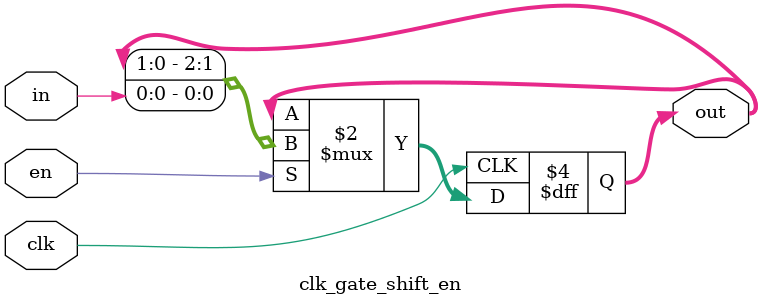
<source format=sv>
module clk_gate_shift_en #(parameter DEPTH=3) (
    input clk, en, in,
    output reg [DEPTH-1:0] out
);
always @(posedge clk) begin
    if(en) out <= {out[DEPTH-2:0], in};
end
endmodule
</source>
